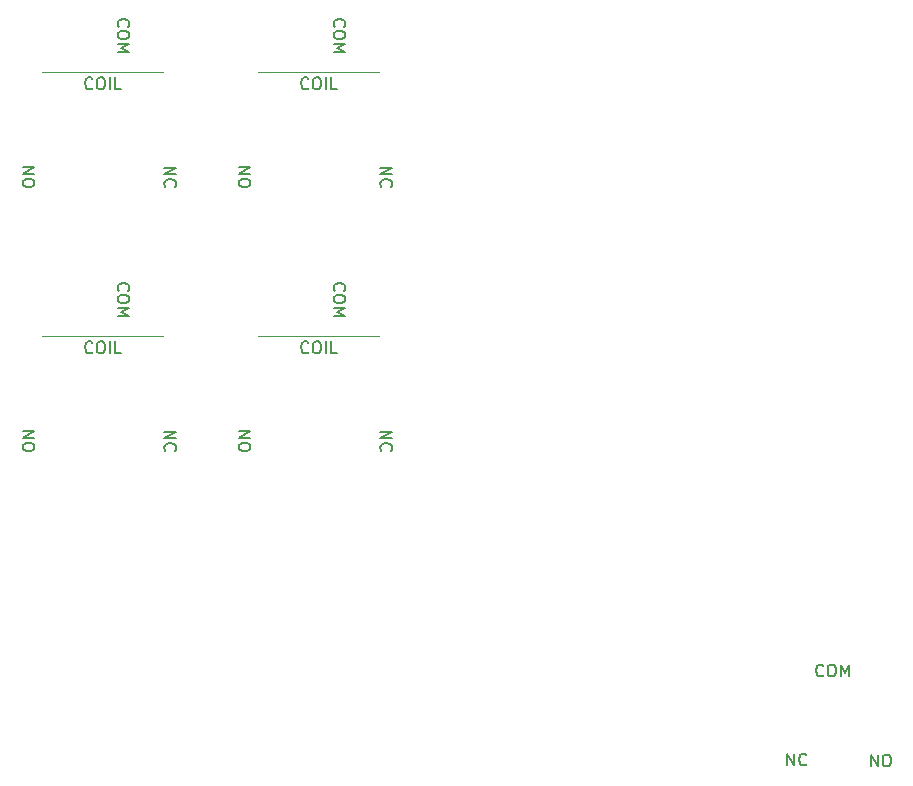
<source format=gbr>
%TF.GenerationSoftware,KiCad,Pcbnew,(6.0.5)*%
%TF.CreationDate,2023-02-13T18:15:34+09:00*%
%TF.ProjectId,23_batt_pcb,32335f62-6174-4745-9f70-63622e6b6963,rev?*%
%TF.SameCoordinates,Original*%
%TF.FileFunction,Legend,Bot*%
%TF.FilePolarity,Positive*%
%FSLAX46Y46*%
G04 Gerber Fmt 4.6, Leading zero omitted, Abs format (unit mm)*
G04 Created by KiCad (PCBNEW (6.0.5)) date 2023-02-13 18:15:34*
%MOMM*%
%LPD*%
G01*
G04 APERTURE LIST*
%ADD10C,0.150000*%
%ADD11C,0.120000*%
G04 APERTURE END LIST*
D10*
%TO.C,K4*%
X104465019Y-53599085D02*
X105465019Y-53599085D01*
X104465019Y-54170514D01*
X105465019Y-54170514D01*
X104560257Y-55218133D02*
X104512638Y-55170514D01*
X104465019Y-55027657D01*
X104465019Y-54932419D01*
X104512638Y-54789561D01*
X104607876Y-54694323D01*
X104703114Y-54646704D01*
X104893590Y-54599085D01*
X105036447Y-54599085D01*
X105226923Y-54646704D01*
X105322161Y-54694323D01*
X105417400Y-54789561D01*
X105465019Y-54932419D01*
X105465019Y-55027657D01*
X105417400Y-55170514D01*
X105369780Y-55218133D01*
X92465019Y-53575276D02*
X93465019Y-53575276D01*
X92465019Y-54146704D01*
X93465019Y-54146704D01*
X93465019Y-54813371D02*
X93465019Y-55003847D01*
X93417400Y-55099085D01*
X93322161Y-55194323D01*
X93131685Y-55241942D01*
X92798352Y-55241942D01*
X92607876Y-55194323D01*
X92512638Y-55099085D01*
X92465019Y-55003847D01*
X92465019Y-54813371D01*
X92512638Y-54718133D01*
X92607876Y-54622895D01*
X92798352Y-54575276D01*
X93131685Y-54575276D01*
X93322161Y-54622895D01*
X93417400Y-54718133D01*
X93465019Y-54813371D01*
X98366657Y-46877142D02*
X98319038Y-46924761D01*
X98176180Y-46972380D01*
X98080942Y-46972380D01*
X97938085Y-46924761D01*
X97842847Y-46829523D01*
X97795228Y-46734285D01*
X97747609Y-46543809D01*
X97747609Y-46400952D01*
X97795228Y-46210476D01*
X97842847Y-46115238D01*
X97938085Y-46020000D01*
X98080942Y-45972380D01*
X98176180Y-45972380D01*
X98319038Y-46020000D01*
X98366657Y-46067619D01*
X98985704Y-45972380D02*
X99176180Y-45972380D01*
X99271419Y-46020000D01*
X99366657Y-46115238D01*
X99414276Y-46305714D01*
X99414276Y-46639047D01*
X99366657Y-46829523D01*
X99271419Y-46924761D01*
X99176180Y-46972380D01*
X98985704Y-46972380D01*
X98890466Y-46924761D01*
X98795228Y-46829523D01*
X98747609Y-46639047D01*
X98747609Y-46305714D01*
X98795228Y-46115238D01*
X98890466Y-46020000D01*
X98985704Y-45972380D01*
X99842847Y-46972380D02*
X99842847Y-45972380D01*
X100795228Y-46972380D02*
X100319038Y-46972380D01*
X100319038Y-45972380D01*
X100593857Y-41670285D02*
X100546238Y-41622666D01*
X100498619Y-41479809D01*
X100498619Y-41384571D01*
X100546238Y-41241714D01*
X100641476Y-41146476D01*
X100736714Y-41098857D01*
X100927190Y-41051238D01*
X101070047Y-41051238D01*
X101260523Y-41098857D01*
X101355761Y-41146476D01*
X101451000Y-41241714D01*
X101498619Y-41384571D01*
X101498619Y-41479809D01*
X101451000Y-41622666D01*
X101403380Y-41670285D01*
X101498619Y-42289333D02*
X101498619Y-42479809D01*
X101451000Y-42575047D01*
X101355761Y-42670285D01*
X101165285Y-42717904D01*
X100831952Y-42717904D01*
X100641476Y-42670285D01*
X100546238Y-42575047D01*
X100498619Y-42479809D01*
X100498619Y-42289333D01*
X100546238Y-42194095D01*
X100641476Y-42098857D01*
X100831952Y-42051238D01*
X101165285Y-42051238D01*
X101355761Y-42098857D01*
X101451000Y-42194095D01*
X101498619Y-42289333D01*
X100498619Y-43146476D02*
X101498619Y-43146476D01*
X100784333Y-43479809D01*
X101498619Y-43813142D01*
X100498619Y-43813142D01*
%TO.C,K2*%
X98366657Y-69229142D02*
X98319038Y-69276761D01*
X98176180Y-69324380D01*
X98080942Y-69324380D01*
X97938085Y-69276761D01*
X97842847Y-69181523D01*
X97795228Y-69086285D01*
X97747609Y-68895809D01*
X97747609Y-68752952D01*
X97795228Y-68562476D01*
X97842847Y-68467238D01*
X97938085Y-68372000D01*
X98080942Y-68324380D01*
X98176180Y-68324380D01*
X98319038Y-68372000D01*
X98366657Y-68419619D01*
X98985704Y-68324380D02*
X99176180Y-68324380D01*
X99271419Y-68372000D01*
X99366657Y-68467238D01*
X99414276Y-68657714D01*
X99414276Y-68991047D01*
X99366657Y-69181523D01*
X99271419Y-69276761D01*
X99176180Y-69324380D01*
X98985704Y-69324380D01*
X98890466Y-69276761D01*
X98795228Y-69181523D01*
X98747609Y-68991047D01*
X98747609Y-68657714D01*
X98795228Y-68467238D01*
X98890466Y-68372000D01*
X98985704Y-68324380D01*
X99842847Y-69324380D02*
X99842847Y-68324380D01*
X100795228Y-69324380D02*
X100319038Y-69324380D01*
X100319038Y-68324380D01*
X92465019Y-75927276D02*
X93465019Y-75927276D01*
X92465019Y-76498704D01*
X93465019Y-76498704D01*
X93465019Y-77165371D02*
X93465019Y-77355847D01*
X93417400Y-77451085D01*
X93322161Y-77546323D01*
X93131685Y-77593942D01*
X92798352Y-77593942D01*
X92607876Y-77546323D01*
X92512638Y-77451085D01*
X92465019Y-77355847D01*
X92465019Y-77165371D01*
X92512638Y-77070133D01*
X92607876Y-76974895D01*
X92798352Y-76927276D01*
X93131685Y-76927276D01*
X93322161Y-76974895D01*
X93417400Y-77070133D01*
X93465019Y-77165371D01*
X100593857Y-64022285D02*
X100546238Y-63974666D01*
X100498619Y-63831809D01*
X100498619Y-63736571D01*
X100546238Y-63593714D01*
X100641476Y-63498476D01*
X100736714Y-63450857D01*
X100927190Y-63403238D01*
X101070047Y-63403238D01*
X101260523Y-63450857D01*
X101355761Y-63498476D01*
X101451000Y-63593714D01*
X101498619Y-63736571D01*
X101498619Y-63831809D01*
X101451000Y-63974666D01*
X101403380Y-64022285D01*
X101498619Y-64641333D02*
X101498619Y-64831809D01*
X101451000Y-64927047D01*
X101355761Y-65022285D01*
X101165285Y-65069904D01*
X100831952Y-65069904D01*
X100641476Y-65022285D01*
X100546238Y-64927047D01*
X100498619Y-64831809D01*
X100498619Y-64641333D01*
X100546238Y-64546095D01*
X100641476Y-64450857D01*
X100831952Y-64403238D01*
X101165285Y-64403238D01*
X101355761Y-64450857D01*
X101451000Y-64546095D01*
X101498619Y-64641333D01*
X100498619Y-65498476D02*
X101498619Y-65498476D01*
X100784333Y-65831809D01*
X101498619Y-66165142D01*
X100498619Y-66165142D01*
X104465019Y-75951085D02*
X105465019Y-75951085D01*
X104465019Y-76522514D01*
X105465019Y-76522514D01*
X104560257Y-77570133D02*
X104512638Y-77522514D01*
X104465019Y-77379657D01*
X104465019Y-77284419D01*
X104512638Y-77141561D01*
X104607876Y-77046323D01*
X104703114Y-76998704D01*
X104893590Y-76951085D01*
X105036447Y-76951085D01*
X105226923Y-76998704D01*
X105322161Y-77046323D01*
X105417400Y-77141561D01*
X105465019Y-77284419D01*
X105465019Y-77379657D01*
X105417400Y-77522514D01*
X105369780Y-77570133D01*
%TO.C,K1*%
X110753019Y-53575276D02*
X111753019Y-53575276D01*
X110753019Y-54146704D01*
X111753019Y-54146704D01*
X111753019Y-54813371D02*
X111753019Y-55003847D01*
X111705400Y-55099085D01*
X111610161Y-55194323D01*
X111419685Y-55241942D01*
X111086352Y-55241942D01*
X110895876Y-55194323D01*
X110800638Y-55099085D01*
X110753019Y-55003847D01*
X110753019Y-54813371D01*
X110800638Y-54718133D01*
X110895876Y-54622895D01*
X111086352Y-54575276D01*
X111419685Y-54575276D01*
X111610161Y-54622895D01*
X111705400Y-54718133D01*
X111753019Y-54813371D01*
X116654657Y-46877142D02*
X116607038Y-46924761D01*
X116464180Y-46972380D01*
X116368942Y-46972380D01*
X116226085Y-46924761D01*
X116130847Y-46829523D01*
X116083228Y-46734285D01*
X116035609Y-46543809D01*
X116035609Y-46400952D01*
X116083228Y-46210476D01*
X116130847Y-46115238D01*
X116226085Y-46020000D01*
X116368942Y-45972380D01*
X116464180Y-45972380D01*
X116607038Y-46020000D01*
X116654657Y-46067619D01*
X117273704Y-45972380D02*
X117464180Y-45972380D01*
X117559419Y-46020000D01*
X117654657Y-46115238D01*
X117702276Y-46305714D01*
X117702276Y-46639047D01*
X117654657Y-46829523D01*
X117559419Y-46924761D01*
X117464180Y-46972380D01*
X117273704Y-46972380D01*
X117178466Y-46924761D01*
X117083228Y-46829523D01*
X117035609Y-46639047D01*
X117035609Y-46305714D01*
X117083228Y-46115238D01*
X117178466Y-46020000D01*
X117273704Y-45972380D01*
X118130847Y-46972380D02*
X118130847Y-45972380D01*
X119083228Y-46972380D02*
X118607038Y-46972380D01*
X118607038Y-45972380D01*
X118881857Y-41670285D02*
X118834238Y-41622666D01*
X118786619Y-41479809D01*
X118786619Y-41384571D01*
X118834238Y-41241714D01*
X118929476Y-41146476D01*
X119024714Y-41098857D01*
X119215190Y-41051238D01*
X119358047Y-41051238D01*
X119548523Y-41098857D01*
X119643761Y-41146476D01*
X119739000Y-41241714D01*
X119786619Y-41384571D01*
X119786619Y-41479809D01*
X119739000Y-41622666D01*
X119691380Y-41670285D01*
X119786619Y-42289333D02*
X119786619Y-42479809D01*
X119739000Y-42575047D01*
X119643761Y-42670285D01*
X119453285Y-42717904D01*
X119119952Y-42717904D01*
X118929476Y-42670285D01*
X118834238Y-42575047D01*
X118786619Y-42479809D01*
X118786619Y-42289333D01*
X118834238Y-42194095D01*
X118929476Y-42098857D01*
X119119952Y-42051238D01*
X119453285Y-42051238D01*
X119643761Y-42098857D01*
X119739000Y-42194095D01*
X119786619Y-42289333D01*
X118786619Y-43146476D02*
X119786619Y-43146476D01*
X119072333Y-43479809D01*
X119786619Y-43813142D01*
X118786619Y-43813142D01*
X122753019Y-53599085D02*
X123753019Y-53599085D01*
X122753019Y-54170514D01*
X123753019Y-54170514D01*
X122848257Y-55218133D02*
X122800638Y-55170514D01*
X122753019Y-55027657D01*
X122753019Y-54932419D01*
X122800638Y-54789561D01*
X122895876Y-54694323D01*
X122991114Y-54646704D01*
X123181590Y-54599085D01*
X123324447Y-54599085D01*
X123514923Y-54646704D01*
X123610161Y-54694323D01*
X123705400Y-54789561D01*
X123753019Y-54932419D01*
X123753019Y-55027657D01*
X123705400Y-55170514D01*
X123657780Y-55218133D01*
%TO.C,PRECHARGE1*%
X164290476Y-104303780D02*
X164290476Y-103303780D01*
X164861904Y-104303780D01*
X164861904Y-103303780D01*
X165528571Y-103303780D02*
X165719047Y-103303780D01*
X165814285Y-103351400D01*
X165909523Y-103446638D01*
X165957142Y-103637114D01*
X165957142Y-103970447D01*
X165909523Y-104160923D01*
X165814285Y-104256161D01*
X165719047Y-104303780D01*
X165528571Y-104303780D01*
X165433333Y-104256161D01*
X165338095Y-104160923D01*
X165290476Y-103970447D01*
X165290476Y-103637114D01*
X165338095Y-103446638D01*
X165433333Y-103351400D01*
X165528571Y-103303780D01*
X160250285Y-96588542D02*
X160202666Y-96636161D01*
X160059809Y-96683780D01*
X159964571Y-96683780D01*
X159821714Y-96636161D01*
X159726476Y-96540923D01*
X159678857Y-96445685D01*
X159631238Y-96255209D01*
X159631238Y-96112352D01*
X159678857Y-95921876D01*
X159726476Y-95826638D01*
X159821714Y-95731400D01*
X159964571Y-95683780D01*
X160059809Y-95683780D01*
X160202666Y-95731400D01*
X160250285Y-95779019D01*
X160869333Y-95683780D02*
X161059809Y-95683780D01*
X161155047Y-95731400D01*
X161250285Y-95826638D01*
X161297904Y-96017114D01*
X161297904Y-96350447D01*
X161250285Y-96540923D01*
X161155047Y-96636161D01*
X161059809Y-96683780D01*
X160869333Y-96683780D01*
X160774095Y-96636161D01*
X160678857Y-96540923D01*
X160631238Y-96350447D01*
X160631238Y-96017114D01*
X160678857Y-95826638D01*
X160774095Y-95731400D01*
X160869333Y-95683780D01*
X161726476Y-96683780D02*
X161726476Y-95683780D01*
X162059809Y-96398066D01*
X162393142Y-95683780D01*
X162393142Y-96683780D01*
X157202285Y-104227580D02*
X157202285Y-103227580D01*
X157773714Y-104227580D01*
X157773714Y-103227580D01*
X158821333Y-104132342D02*
X158773714Y-104179961D01*
X158630857Y-104227580D01*
X158535619Y-104227580D01*
X158392761Y-104179961D01*
X158297523Y-104084723D01*
X158249904Y-103989485D01*
X158202285Y-103799009D01*
X158202285Y-103656152D01*
X158249904Y-103465676D01*
X158297523Y-103370438D01*
X158392761Y-103275200D01*
X158535619Y-103227580D01*
X158630857Y-103227580D01*
X158773714Y-103275200D01*
X158821333Y-103322819D01*
%TO.C,K3*%
X118881857Y-64022285D02*
X118834238Y-63974666D01*
X118786619Y-63831809D01*
X118786619Y-63736571D01*
X118834238Y-63593714D01*
X118929476Y-63498476D01*
X119024714Y-63450857D01*
X119215190Y-63403238D01*
X119358047Y-63403238D01*
X119548523Y-63450857D01*
X119643761Y-63498476D01*
X119739000Y-63593714D01*
X119786619Y-63736571D01*
X119786619Y-63831809D01*
X119739000Y-63974666D01*
X119691380Y-64022285D01*
X119786619Y-64641333D02*
X119786619Y-64831809D01*
X119739000Y-64927047D01*
X119643761Y-65022285D01*
X119453285Y-65069904D01*
X119119952Y-65069904D01*
X118929476Y-65022285D01*
X118834238Y-64927047D01*
X118786619Y-64831809D01*
X118786619Y-64641333D01*
X118834238Y-64546095D01*
X118929476Y-64450857D01*
X119119952Y-64403238D01*
X119453285Y-64403238D01*
X119643761Y-64450857D01*
X119739000Y-64546095D01*
X119786619Y-64641333D01*
X118786619Y-65498476D02*
X119786619Y-65498476D01*
X119072333Y-65831809D01*
X119786619Y-66165142D01*
X118786619Y-66165142D01*
X116654657Y-69229142D02*
X116607038Y-69276761D01*
X116464180Y-69324380D01*
X116368942Y-69324380D01*
X116226085Y-69276761D01*
X116130847Y-69181523D01*
X116083228Y-69086285D01*
X116035609Y-68895809D01*
X116035609Y-68752952D01*
X116083228Y-68562476D01*
X116130847Y-68467238D01*
X116226085Y-68372000D01*
X116368942Y-68324380D01*
X116464180Y-68324380D01*
X116607038Y-68372000D01*
X116654657Y-68419619D01*
X117273704Y-68324380D02*
X117464180Y-68324380D01*
X117559419Y-68372000D01*
X117654657Y-68467238D01*
X117702276Y-68657714D01*
X117702276Y-68991047D01*
X117654657Y-69181523D01*
X117559419Y-69276761D01*
X117464180Y-69324380D01*
X117273704Y-69324380D01*
X117178466Y-69276761D01*
X117083228Y-69181523D01*
X117035609Y-68991047D01*
X117035609Y-68657714D01*
X117083228Y-68467238D01*
X117178466Y-68372000D01*
X117273704Y-68324380D01*
X118130847Y-69324380D02*
X118130847Y-68324380D01*
X119083228Y-69324380D02*
X118607038Y-69324380D01*
X118607038Y-68324380D01*
X122753019Y-75951085D02*
X123753019Y-75951085D01*
X122753019Y-76522514D01*
X123753019Y-76522514D01*
X122848257Y-77570133D02*
X122800638Y-77522514D01*
X122753019Y-77379657D01*
X122753019Y-77284419D01*
X122800638Y-77141561D01*
X122895876Y-77046323D01*
X122991114Y-76998704D01*
X123181590Y-76951085D01*
X123324447Y-76951085D01*
X123514923Y-76998704D01*
X123610161Y-77046323D01*
X123705400Y-77141561D01*
X123753019Y-77284419D01*
X123753019Y-77379657D01*
X123705400Y-77522514D01*
X123657780Y-77570133D01*
X110753019Y-75927276D02*
X111753019Y-75927276D01*
X110753019Y-76498704D01*
X111753019Y-76498704D01*
X111753019Y-77165371D02*
X111753019Y-77355847D01*
X111705400Y-77451085D01*
X111610161Y-77546323D01*
X111419685Y-77593942D01*
X111086352Y-77593942D01*
X110895876Y-77546323D01*
X110800638Y-77451085D01*
X110753019Y-77355847D01*
X110753019Y-77165371D01*
X110800638Y-77070133D01*
X110895876Y-76974895D01*
X111086352Y-76927276D01*
X111419685Y-76927276D01*
X111610161Y-76974895D01*
X111705400Y-77070133D01*
X111753019Y-77165371D01*
D11*
%TO.C,K4*%
X104380000Y-45529400D02*
X94143800Y-45529400D01*
%TO.C,K2*%
X104380000Y-67881400D02*
X94143800Y-67881400D01*
%TO.C,K1*%
X122668000Y-45529400D02*
X112431800Y-45529400D01*
%TO.C,K3*%
X122668000Y-67881400D02*
X112431800Y-67881400D01*
%TD*%
M02*

</source>
